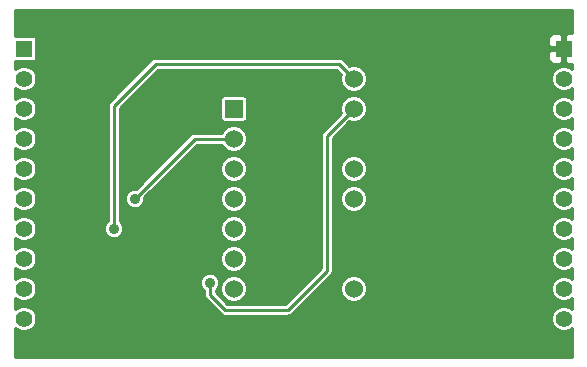
<source format=gbl>
G04 (created by PCBNEW-RS274X (2012-01-19 BZR 3256)-stable) date 1/26/2013 3:19:43 PM*
G01*
G70*
G90*
%MOIN*%
G04 Gerber Fmt 3.4, Leading zero omitted, Abs format*
%FSLAX34Y34*%
G04 APERTURE LIST*
%ADD10C,0.006000*%
%ADD11R,0.055000X0.055000*%
%ADD12C,0.055000*%
%ADD13R,0.060000X0.060000*%
%ADD14C,0.060000*%
%ADD15C,0.035000*%
%ADD16C,0.010000*%
G04 APERTURE END LIST*
G54D10*
G54D11*
X58000Y-45500D03*
G54D12*
X58000Y-46500D03*
X58000Y-47500D03*
X58000Y-48500D03*
X58000Y-49500D03*
X58000Y-50500D03*
X58000Y-51500D03*
X58000Y-52500D03*
X58000Y-53500D03*
X58000Y-54500D03*
G54D11*
X40000Y-45500D03*
G54D12*
X40000Y-46500D03*
X40000Y-47500D03*
X40000Y-48500D03*
X40000Y-49500D03*
X40000Y-50500D03*
X40000Y-51500D03*
X40000Y-52500D03*
X40000Y-53500D03*
X40000Y-54500D03*
G54D13*
X47000Y-47500D03*
G54D14*
X47000Y-48500D03*
X47000Y-50500D03*
X47000Y-52500D03*
X47000Y-53500D03*
X51000Y-53500D03*
X51000Y-49500D03*
X51000Y-47500D03*
X47000Y-49500D03*
X47000Y-51500D03*
X51000Y-46500D03*
X51000Y-50500D03*
G54D15*
X44000Y-53300D03*
X43300Y-52100D03*
X44000Y-54200D03*
X44800Y-53100D03*
X43700Y-50500D03*
X46200Y-53300D03*
X43000Y-51500D03*
G54D16*
X47000Y-48500D02*
X45700Y-48500D01*
X45700Y-48500D02*
X43700Y-50500D01*
X46200Y-53700D02*
X46700Y-54200D01*
X46700Y-54200D02*
X48800Y-54200D01*
X46200Y-53300D02*
X46200Y-53700D01*
X50100Y-52900D02*
X49300Y-53700D01*
X50100Y-48400D02*
X50100Y-52900D01*
X48800Y-54200D02*
X49300Y-53700D01*
X50100Y-48400D02*
X51000Y-47500D01*
X50500Y-46000D02*
X50000Y-46000D01*
X44400Y-46000D02*
X43000Y-47400D01*
X51000Y-46500D02*
X50500Y-46000D01*
X50000Y-46000D02*
X44400Y-46000D01*
X43000Y-47400D02*
X43000Y-51500D01*
G54D10*
G36*
X58275Y-55775D02*
X51449Y-55775D01*
X51449Y-53590D01*
X51449Y-53411D01*
X51449Y-50590D01*
X51449Y-50411D01*
X51449Y-49590D01*
X51449Y-49411D01*
X51449Y-47590D01*
X51449Y-47411D01*
X51449Y-46590D01*
X51449Y-46411D01*
X51381Y-46246D01*
X51255Y-46120D01*
X51090Y-46051D01*
X50911Y-46051D01*
X50855Y-46073D01*
X50641Y-45859D01*
X50577Y-45815D01*
X50500Y-45800D01*
X50000Y-45800D01*
X44400Y-45800D01*
X44323Y-45815D01*
X44258Y-45859D01*
X42859Y-47259D01*
X42815Y-47323D01*
X42800Y-47400D01*
X42800Y-51240D01*
X42725Y-51315D01*
X42675Y-51435D01*
X42675Y-51564D01*
X42724Y-51684D01*
X42815Y-51775D01*
X42935Y-51825D01*
X43064Y-51825D01*
X43184Y-51776D01*
X43275Y-51685D01*
X43325Y-51565D01*
X43325Y-51436D01*
X43276Y-51316D01*
X43200Y-51240D01*
X43200Y-47482D01*
X44482Y-46200D01*
X50000Y-46200D01*
X50418Y-46200D01*
X50573Y-46355D01*
X50551Y-46410D01*
X50551Y-46589D01*
X50619Y-46754D01*
X50745Y-46880D01*
X50910Y-46949D01*
X51089Y-46949D01*
X51254Y-46881D01*
X51380Y-46755D01*
X51449Y-46590D01*
X51449Y-47411D01*
X51381Y-47246D01*
X51255Y-47120D01*
X51090Y-47051D01*
X50911Y-47051D01*
X50746Y-47119D01*
X50620Y-47245D01*
X50551Y-47410D01*
X50551Y-47589D01*
X50573Y-47643D01*
X49959Y-48259D01*
X49915Y-48323D01*
X49900Y-48400D01*
X49900Y-52817D01*
X49159Y-53559D01*
X48718Y-54000D01*
X47449Y-54000D01*
X47449Y-53590D01*
X47449Y-53411D01*
X47449Y-52590D01*
X47449Y-52411D01*
X47449Y-51590D01*
X47449Y-51411D01*
X47449Y-50590D01*
X47449Y-50411D01*
X47449Y-49590D01*
X47449Y-49411D01*
X47449Y-48590D01*
X47449Y-48411D01*
X47449Y-47829D01*
X47449Y-47770D01*
X47449Y-47170D01*
X47426Y-47115D01*
X47384Y-47073D01*
X47329Y-47051D01*
X47270Y-47051D01*
X46670Y-47051D01*
X46615Y-47074D01*
X46573Y-47116D01*
X46551Y-47171D01*
X46551Y-47230D01*
X46551Y-47830D01*
X46574Y-47885D01*
X46616Y-47927D01*
X46671Y-47949D01*
X46730Y-47949D01*
X47330Y-47949D01*
X47385Y-47926D01*
X47427Y-47884D01*
X47449Y-47829D01*
X47449Y-48411D01*
X47381Y-48246D01*
X47255Y-48120D01*
X47090Y-48051D01*
X46911Y-48051D01*
X46746Y-48119D01*
X46620Y-48245D01*
X46597Y-48300D01*
X45700Y-48300D01*
X45623Y-48315D01*
X45558Y-48359D01*
X43742Y-50175D01*
X43636Y-50175D01*
X43516Y-50224D01*
X43425Y-50315D01*
X43375Y-50435D01*
X43375Y-50564D01*
X43424Y-50684D01*
X43515Y-50775D01*
X43635Y-50825D01*
X43764Y-50825D01*
X43884Y-50776D01*
X43975Y-50685D01*
X44025Y-50565D01*
X44025Y-50457D01*
X45782Y-48700D01*
X46596Y-48700D01*
X46619Y-48754D01*
X46745Y-48880D01*
X46910Y-48949D01*
X47089Y-48949D01*
X47254Y-48881D01*
X47380Y-48755D01*
X47449Y-48590D01*
X47449Y-49411D01*
X47381Y-49246D01*
X47255Y-49120D01*
X47090Y-49051D01*
X46911Y-49051D01*
X46746Y-49119D01*
X46620Y-49245D01*
X46551Y-49410D01*
X46551Y-49589D01*
X46619Y-49754D01*
X46745Y-49880D01*
X46910Y-49949D01*
X47089Y-49949D01*
X47254Y-49881D01*
X47380Y-49755D01*
X47449Y-49590D01*
X47449Y-50411D01*
X47381Y-50246D01*
X47255Y-50120D01*
X47090Y-50051D01*
X46911Y-50051D01*
X46746Y-50119D01*
X46620Y-50245D01*
X46551Y-50410D01*
X46551Y-50589D01*
X46619Y-50754D01*
X46745Y-50880D01*
X46910Y-50949D01*
X47089Y-50949D01*
X47254Y-50881D01*
X47380Y-50755D01*
X47449Y-50590D01*
X47449Y-51411D01*
X47381Y-51246D01*
X47255Y-51120D01*
X47090Y-51051D01*
X46911Y-51051D01*
X46746Y-51119D01*
X46620Y-51245D01*
X46551Y-51410D01*
X46551Y-51589D01*
X46619Y-51754D01*
X46745Y-51880D01*
X46910Y-51949D01*
X47089Y-51949D01*
X47254Y-51881D01*
X47380Y-51755D01*
X47449Y-51590D01*
X47449Y-52411D01*
X47381Y-52246D01*
X47255Y-52120D01*
X47090Y-52051D01*
X46911Y-52051D01*
X46746Y-52119D01*
X46620Y-52245D01*
X46551Y-52410D01*
X46551Y-52589D01*
X46619Y-52754D01*
X46745Y-52880D01*
X46910Y-52949D01*
X47089Y-52949D01*
X47254Y-52881D01*
X47380Y-52755D01*
X47449Y-52590D01*
X47449Y-53411D01*
X47381Y-53246D01*
X47255Y-53120D01*
X47090Y-53051D01*
X46911Y-53051D01*
X46746Y-53119D01*
X46620Y-53245D01*
X46551Y-53410D01*
X46551Y-53589D01*
X46619Y-53754D01*
X46745Y-53880D01*
X46910Y-53949D01*
X47089Y-53949D01*
X47254Y-53881D01*
X47380Y-53755D01*
X47449Y-53590D01*
X47449Y-54000D01*
X46782Y-54000D01*
X46400Y-53618D01*
X46400Y-53560D01*
X46475Y-53485D01*
X46525Y-53365D01*
X46525Y-53236D01*
X46476Y-53116D01*
X46385Y-53025D01*
X46265Y-52975D01*
X46136Y-52975D01*
X46016Y-53024D01*
X45925Y-53115D01*
X45875Y-53235D01*
X45875Y-53364D01*
X45924Y-53484D01*
X46000Y-53560D01*
X46000Y-53700D01*
X46015Y-53777D01*
X46059Y-53841D01*
X46559Y-54341D01*
X46623Y-54385D01*
X46624Y-54385D01*
X46700Y-54400D01*
X48800Y-54400D01*
X48800Y-54399D01*
X48876Y-54385D01*
X48877Y-54385D01*
X48941Y-54341D01*
X49441Y-53841D01*
X50241Y-53042D01*
X50241Y-53041D01*
X50285Y-52977D01*
X50299Y-52900D01*
X50300Y-52900D01*
X50300Y-48482D01*
X50856Y-47926D01*
X50910Y-47949D01*
X51089Y-47949D01*
X51254Y-47881D01*
X51380Y-47755D01*
X51449Y-47590D01*
X51449Y-49411D01*
X51381Y-49246D01*
X51255Y-49120D01*
X51090Y-49051D01*
X50911Y-49051D01*
X50746Y-49119D01*
X50620Y-49245D01*
X50551Y-49410D01*
X50551Y-49589D01*
X50619Y-49754D01*
X50745Y-49880D01*
X50910Y-49949D01*
X51089Y-49949D01*
X51254Y-49881D01*
X51380Y-49755D01*
X51449Y-49590D01*
X51449Y-50411D01*
X51381Y-50246D01*
X51255Y-50120D01*
X51090Y-50051D01*
X50911Y-50051D01*
X50746Y-50119D01*
X50620Y-50245D01*
X50551Y-50410D01*
X50551Y-50589D01*
X50619Y-50754D01*
X50745Y-50880D01*
X50910Y-50949D01*
X51089Y-50949D01*
X51254Y-50881D01*
X51380Y-50755D01*
X51449Y-50590D01*
X51449Y-53411D01*
X51381Y-53246D01*
X51255Y-53120D01*
X51090Y-53051D01*
X50911Y-53051D01*
X50746Y-53119D01*
X50620Y-53245D01*
X50551Y-53410D01*
X50551Y-53589D01*
X50619Y-53754D01*
X50745Y-53880D01*
X50910Y-53949D01*
X51089Y-53949D01*
X51254Y-53881D01*
X51380Y-53755D01*
X51449Y-53590D01*
X51449Y-55775D01*
X39725Y-55775D01*
X39725Y-54826D01*
X39759Y-54860D01*
X39915Y-54925D01*
X40084Y-54925D01*
X40240Y-54861D01*
X40360Y-54741D01*
X40425Y-54585D01*
X40425Y-54416D01*
X40361Y-54260D01*
X40241Y-54140D01*
X40085Y-54075D01*
X39916Y-54075D01*
X39760Y-54139D01*
X39725Y-54174D01*
X39725Y-53826D01*
X39759Y-53860D01*
X39915Y-53925D01*
X40084Y-53925D01*
X40240Y-53861D01*
X40360Y-53741D01*
X40425Y-53585D01*
X40425Y-53416D01*
X40361Y-53260D01*
X40241Y-53140D01*
X40085Y-53075D01*
X39916Y-53075D01*
X39760Y-53139D01*
X39725Y-53174D01*
X39725Y-52826D01*
X39759Y-52860D01*
X39915Y-52925D01*
X40084Y-52925D01*
X40240Y-52861D01*
X40360Y-52741D01*
X40425Y-52585D01*
X40425Y-52416D01*
X40361Y-52260D01*
X40241Y-52140D01*
X40085Y-52075D01*
X39916Y-52075D01*
X39760Y-52139D01*
X39725Y-52174D01*
X39725Y-51826D01*
X39759Y-51860D01*
X39915Y-51925D01*
X40084Y-51925D01*
X40240Y-51861D01*
X40360Y-51741D01*
X40425Y-51585D01*
X40425Y-51416D01*
X40361Y-51260D01*
X40241Y-51140D01*
X40085Y-51075D01*
X39916Y-51075D01*
X39760Y-51139D01*
X39725Y-51174D01*
X39725Y-50826D01*
X39759Y-50860D01*
X39915Y-50925D01*
X40084Y-50925D01*
X40240Y-50861D01*
X40360Y-50741D01*
X40425Y-50585D01*
X40425Y-50416D01*
X40361Y-50260D01*
X40241Y-50140D01*
X40085Y-50075D01*
X39916Y-50075D01*
X39760Y-50139D01*
X39725Y-50174D01*
X39725Y-49826D01*
X39759Y-49860D01*
X39915Y-49925D01*
X40084Y-49925D01*
X40240Y-49861D01*
X40360Y-49741D01*
X40425Y-49585D01*
X40425Y-49416D01*
X40361Y-49260D01*
X40241Y-49140D01*
X40085Y-49075D01*
X39916Y-49075D01*
X39760Y-49139D01*
X39725Y-49174D01*
X39725Y-48826D01*
X39759Y-48860D01*
X39915Y-48925D01*
X40084Y-48925D01*
X40240Y-48861D01*
X40360Y-48741D01*
X40425Y-48585D01*
X40425Y-48416D01*
X40361Y-48260D01*
X40241Y-48140D01*
X40085Y-48075D01*
X39916Y-48075D01*
X39760Y-48139D01*
X39725Y-48174D01*
X39725Y-47826D01*
X39759Y-47860D01*
X39915Y-47925D01*
X40084Y-47925D01*
X40240Y-47861D01*
X40360Y-47741D01*
X40425Y-47585D01*
X40425Y-47416D01*
X40361Y-47260D01*
X40241Y-47140D01*
X40085Y-47075D01*
X39916Y-47075D01*
X39760Y-47139D01*
X39725Y-47174D01*
X39725Y-46826D01*
X39759Y-46860D01*
X39915Y-46925D01*
X40084Y-46925D01*
X40240Y-46861D01*
X40360Y-46741D01*
X40425Y-46585D01*
X40425Y-46416D01*
X40361Y-46260D01*
X40241Y-46140D01*
X40085Y-46075D01*
X39916Y-46075D01*
X39760Y-46139D01*
X39725Y-46174D01*
X39725Y-45924D01*
X39755Y-45924D01*
X40305Y-45924D01*
X40360Y-45901D01*
X40402Y-45859D01*
X40424Y-45804D01*
X40424Y-45745D01*
X40424Y-45195D01*
X40401Y-45140D01*
X40359Y-45098D01*
X40304Y-45076D01*
X40245Y-45076D01*
X39725Y-45076D01*
X39725Y-44225D01*
X58275Y-44225D01*
X58275Y-44976D01*
X58226Y-44976D01*
X58112Y-44975D01*
X58050Y-45037D01*
X58050Y-45400D01*
X58050Y-45450D01*
X58050Y-45550D01*
X58050Y-45600D01*
X58050Y-45963D01*
X58112Y-46025D01*
X58226Y-46024D01*
X58275Y-46024D01*
X58275Y-46174D01*
X58241Y-46140D01*
X58085Y-46075D01*
X57950Y-46075D01*
X57950Y-45963D01*
X57950Y-45550D01*
X57950Y-45450D01*
X57950Y-45037D01*
X57888Y-44975D01*
X57774Y-44976D01*
X57675Y-44976D01*
X57584Y-45014D01*
X57514Y-45084D01*
X57476Y-45176D01*
X57475Y-45388D01*
X57537Y-45450D01*
X57950Y-45450D01*
X57950Y-45550D01*
X57537Y-45550D01*
X57475Y-45612D01*
X57476Y-45824D01*
X57514Y-45916D01*
X57584Y-45986D01*
X57675Y-46024D01*
X57774Y-46024D01*
X57888Y-46025D01*
X57950Y-45963D01*
X57950Y-46075D01*
X57916Y-46075D01*
X57760Y-46139D01*
X57640Y-46259D01*
X57575Y-46415D01*
X57575Y-46584D01*
X57639Y-46740D01*
X57759Y-46860D01*
X57915Y-46925D01*
X58084Y-46925D01*
X58240Y-46861D01*
X58275Y-46826D01*
X58275Y-47174D01*
X58241Y-47140D01*
X58085Y-47075D01*
X57916Y-47075D01*
X57760Y-47139D01*
X57640Y-47259D01*
X57575Y-47415D01*
X57575Y-47584D01*
X57639Y-47740D01*
X57759Y-47860D01*
X57915Y-47925D01*
X58084Y-47925D01*
X58240Y-47861D01*
X58275Y-47826D01*
X58275Y-48174D01*
X58241Y-48140D01*
X58085Y-48075D01*
X57916Y-48075D01*
X57760Y-48139D01*
X57640Y-48259D01*
X57575Y-48415D01*
X57575Y-48584D01*
X57639Y-48740D01*
X57759Y-48860D01*
X57915Y-48925D01*
X58084Y-48925D01*
X58240Y-48861D01*
X58275Y-48826D01*
X58275Y-49174D01*
X58241Y-49140D01*
X58085Y-49075D01*
X57916Y-49075D01*
X57760Y-49139D01*
X57640Y-49259D01*
X57575Y-49415D01*
X57575Y-49584D01*
X57639Y-49740D01*
X57759Y-49860D01*
X57915Y-49925D01*
X58084Y-49925D01*
X58240Y-49861D01*
X58275Y-49826D01*
X58275Y-50174D01*
X58241Y-50140D01*
X58085Y-50075D01*
X57916Y-50075D01*
X57760Y-50139D01*
X57640Y-50259D01*
X57575Y-50415D01*
X57575Y-50584D01*
X57639Y-50740D01*
X57759Y-50860D01*
X57915Y-50925D01*
X58084Y-50925D01*
X58240Y-50861D01*
X58275Y-50826D01*
X58275Y-51174D01*
X58241Y-51140D01*
X58085Y-51075D01*
X57916Y-51075D01*
X57760Y-51139D01*
X57640Y-51259D01*
X57575Y-51415D01*
X57575Y-51584D01*
X57639Y-51740D01*
X57759Y-51860D01*
X57915Y-51925D01*
X58084Y-51925D01*
X58240Y-51861D01*
X58275Y-51826D01*
X58275Y-52174D01*
X58241Y-52140D01*
X58085Y-52075D01*
X57916Y-52075D01*
X57760Y-52139D01*
X57640Y-52259D01*
X57575Y-52415D01*
X57575Y-52584D01*
X57639Y-52740D01*
X57759Y-52860D01*
X57915Y-52925D01*
X58084Y-52925D01*
X58240Y-52861D01*
X58275Y-52826D01*
X58275Y-53174D01*
X58241Y-53140D01*
X58085Y-53075D01*
X57916Y-53075D01*
X57760Y-53139D01*
X57640Y-53259D01*
X57575Y-53415D01*
X57575Y-53584D01*
X57639Y-53740D01*
X57759Y-53860D01*
X57915Y-53925D01*
X58084Y-53925D01*
X58240Y-53861D01*
X58275Y-53826D01*
X58275Y-54174D01*
X58241Y-54140D01*
X58085Y-54075D01*
X57916Y-54075D01*
X57760Y-54139D01*
X57640Y-54259D01*
X57575Y-54415D01*
X57575Y-54584D01*
X57639Y-54740D01*
X57759Y-54860D01*
X57915Y-54925D01*
X58084Y-54925D01*
X58240Y-54861D01*
X58275Y-54826D01*
X58275Y-55775D01*
X58275Y-55775D01*
G37*
G54D16*
X58275Y-55775D02*
X51449Y-55775D01*
X51449Y-53590D01*
X51449Y-53411D01*
X51449Y-50590D01*
X51449Y-50411D01*
X51449Y-49590D01*
X51449Y-49411D01*
X51449Y-47590D01*
X51449Y-47411D01*
X51449Y-46590D01*
X51449Y-46411D01*
X51381Y-46246D01*
X51255Y-46120D01*
X51090Y-46051D01*
X50911Y-46051D01*
X50855Y-46073D01*
X50641Y-45859D01*
X50577Y-45815D01*
X50500Y-45800D01*
X50000Y-45800D01*
X44400Y-45800D01*
X44323Y-45815D01*
X44258Y-45859D01*
X42859Y-47259D01*
X42815Y-47323D01*
X42800Y-47400D01*
X42800Y-51240D01*
X42725Y-51315D01*
X42675Y-51435D01*
X42675Y-51564D01*
X42724Y-51684D01*
X42815Y-51775D01*
X42935Y-51825D01*
X43064Y-51825D01*
X43184Y-51776D01*
X43275Y-51685D01*
X43325Y-51565D01*
X43325Y-51436D01*
X43276Y-51316D01*
X43200Y-51240D01*
X43200Y-47482D01*
X44482Y-46200D01*
X50000Y-46200D01*
X50418Y-46200D01*
X50573Y-46355D01*
X50551Y-46410D01*
X50551Y-46589D01*
X50619Y-46754D01*
X50745Y-46880D01*
X50910Y-46949D01*
X51089Y-46949D01*
X51254Y-46881D01*
X51380Y-46755D01*
X51449Y-46590D01*
X51449Y-47411D01*
X51381Y-47246D01*
X51255Y-47120D01*
X51090Y-47051D01*
X50911Y-47051D01*
X50746Y-47119D01*
X50620Y-47245D01*
X50551Y-47410D01*
X50551Y-47589D01*
X50573Y-47643D01*
X49959Y-48259D01*
X49915Y-48323D01*
X49900Y-48400D01*
X49900Y-52817D01*
X49159Y-53559D01*
X48718Y-54000D01*
X47449Y-54000D01*
X47449Y-53590D01*
X47449Y-53411D01*
X47449Y-52590D01*
X47449Y-52411D01*
X47449Y-51590D01*
X47449Y-51411D01*
X47449Y-50590D01*
X47449Y-50411D01*
X47449Y-49590D01*
X47449Y-49411D01*
X47449Y-48590D01*
X47449Y-48411D01*
X47449Y-47829D01*
X47449Y-47770D01*
X47449Y-47170D01*
X47426Y-47115D01*
X47384Y-47073D01*
X47329Y-47051D01*
X47270Y-47051D01*
X46670Y-47051D01*
X46615Y-47074D01*
X46573Y-47116D01*
X46551Y-47171D01*
X46551Y-47230D01*
X46551Y-47830D01*
X46574Y-47885D01*
X46616Y-47927D01*
X46671Y-47949D01*
X46730Y-47949D01*
X47330Y-47949D01*
X47385Y-47926D01*
X47427Y-47884D01*
X47449Y-47829D01*
X47449Y-48411D01*
X47381Y-48246D01*
X47255Y-48120D01*
X47090Y-48051D01*
X46911Y-48051D01*
X46746Y-48119D01*
X46620Y-48245D01*
X46597Y-48300D01*
X45700Y-48300D01*
X45623Y-48315D01*
X45558Y-48359D01*
X43742Y-50175D01*
X43636Y-50175D01*
X43516Y-50224D01*
X43425Y-50315D01*
X43375Y-50435D01*
X43375Y-50564D01*
X43424Y-50684D01*
X43515Y-50775D01*
X43635Y-50825D01*
X43764Y-50825D01*
X43884Y-50776D01*
X43975Y-50685D01*
X44025Y-50565D01*
X44025Y-50457D01*
X45782Y-48700D01*
X46596Y-48700D01*
X46619Y-48754D01*
X46745Y-48880D01*
X46910Y-48949D01*
X47089Y-48949D01*
X47254Y-48881D01*
X47380Y-48755D01*
X47449Y-48590D01*
X47449Y-49411D01*
X47381Y-49246D01*
X47255Y-49120D01*
X47090Y-49051D01*
X46911Y-49051D01*
X46746Y-49119D01*
X46620Y-49245D01*
X46551Y-49410D01*
X46551Y-49589D01*
X46619Y-49754D01*
X46745Y-49880D01*
X46910Y-49949D01*
X47089Y-49949D01*
X47254Y-49881D01*
X47380Y-49755D01*
X47449Y-49590D01*
X47449Y-50411D01*
X47381Y-50246D01*
X47255Y-50120D01*
X47090Y-50051D01*
X46911Y-50051D01*
X46746Y-50119D01*
X46620Y-50245D01*
X46551Y-50410D01*
X46551Y-50589D01*
X46619Y-50754D01*
X46745Y-50880D01*
X46910Y-50949D01*
X47089Y-50949D01*
X47254Y-50881D01*
X47380Y-50755D01*
X47449Y-50590D01*
X47449Y-51411D01*
X47381Y-51246D01*
X47255Y-51120D01*
X47090Y-51051D01*
X46911Y-51051D01*
X46746Y-51119D01*
X46620Y-51245D01*
X46551Y-51410D01*
X46551Y-51589D01*
X46619Y-51754D01*
X46745Y-51880D01*
X46910Y-51949D01*
X47089Y-51949D01*
X47254Y-51881D01*
X47380Y-51755D01*
X47449Y-51590D01*
X47449Y-52411D01*
X47381Y-52246D01*
X47255Y-52120D01*
X47090Y-52051D01*
X46911Y-52051D01*
X46746Y-52119D01*
X46620Y-52245D01*
X46551Y-52410D01*
X46551Y-52589D01*
X46619Y-52754D01*
X46745Y-52880D01*
X46910Y-52949D01*
X47089Y-52949D01*
X47254Y-52881D01*
X47380Y-52755D01*
X47449Y-52590D01*
X47449Y-53411D01*
X47381Y-53246D01*
X47255Y-53120D01*
X47090Y-53051D01*
X46911Y-53051D01*
X46746Y-53119D01*
X46620Y-53245D01*
X46551Y-53410D01*
X46551Y-53589D01*
X46619Y-53754D01*
X46745Y-53880D01*
X46910Y-53949D01*
X47089Y-53949D01*
X47254Y-53881D01*
X47380Y-53755D01*
X47449Y-53590D01*
X47449Y-54000D01*
X46782Y-54000D01*
X46400Y-53618D01*
X46400Y-53560D01*
X46475Y-53485D01*
X46525Y-53365D01*
X46525Y-53236D01*
X46476Y-53116D01*
X46385Y-53025D01*
X46265Y-52975D01*
X46136Y-52975D01*
X46016Y-53024D01*
X45925Y-53115D01*
X45875Y-53235D01*
X45875Y-53364D01*
X45924Y-53484D01*
X46000Y-53560D01*
X46000Y-53700D01*
X46015Y-53777D01*
X46059Y-53841D01*
X46559Y-54341D01*
X46623Y-54385D01*
X46624Y-54385D01*
X46700Y-54400D01*
X48800Y-54400D01*
X48800Y-54399D01*
X48876Y-54385D01*
X48877Y-54385D01*
X48941Y-54341D01*
X49441Y-53841D01*
X50241Y-53042D01*
X50241Y-53041D01*
X50285Y-52977D01*
X50299Y-52900D01*
X50300Y-52900D01*
X50300Y-48482D01*
X50856Y-47926D01*
X50910Y-47949D01*
X51089Y-47949D01*
X51254Y-47881D01*
X51380Y-47755D01*
X51449Y-47590D01*
X51449Y-49411D01*
X51381Y-49246D01*
X51255Y-49120D01*
X51090Y-49051D01*
X50911Y-49051D01*
X50746Y-49119D01*
X50620Y-49245D01*
X50551Y-49410D01*
X50551Y-49589D01*
X50619Y-49754D01*
X50745Y-49880D01*
X50910Y-49949D01*
X51089Y-49949D01*
X51254Y-49881D01*
X51380Y-49755D01*
X51449Y-49590D01*
X51449Y-50411D01*
X51381Y-50246D01*
X51255Y-50120D01*
X51090Y-50051D01*
X50911Y-50051D01*
X50746Y-50119D01*
X50620Y-50245D01*
X50551Y-50410D01*
X50551Y-50589D01*
X50619Y-50754D01*
X50745Y-50880D01*
X50910Y-50949D01*
X51089Y-50949D01*
X51254Y-50881D01*
X51380Y-50755D01*
X51449Y-50590D01*
X51449Y-53411D01*
X51381Y-53246D01*
X51255Y-53120D01*
X51090Y-53051D01*
X50911Y-53051D01*
X50746Y-53119D01*
X50620Y-53245D01*
X50551Y-53410D01*
X50551Y-53589D01*
X50619Y-53754D01*
X50745Y-53880D01*
X50910Y-53949D01*
X51089Y-53949D01*
X51254Y-53881D01*
X51380Y-53755D01*
X51449Y-53590D01*
X51449Y-55775D01*
X39725Y-55775D01*
X39725Y-54826D01*
X39759Y-54860D01*
X39915Y-54925D01*
X40084Y-54925D01*
X40240Y-54861D01*
X40360Y-54741D01*
X40425Y-54585D01*
X40425Y-54416D01*
X40361Y-54260D01*
X40241Y-54140D01*
X40085Y-54075D01*
X39916Y-54075D01*
X39760Y-54139D01*
X39725Y-54174D01*
X39725Y-53826D01*
X39759Y-53860D01*
X39915Y-53925D01*
X40084Y-53925D01*
X40240Y-53861D01*
X40360Y-53741D01*
X40425Y-53585D01*
X40425Y-53416D01*
X40361Y-53260D01*
X40241Y-53140D01*
X40085Y-53075D01*
X39916Y-53075D01*
X39760Y-53139D01*
X39725Y-53174D01*
X39725Y-52826D01*
X39759Y-52860D01*
X39915Y-52925D01*
X40084Y-52925D01*
X40240Y-52861D01*
X40360Y-52741D01*
X40425Y-52585D01*
X40425Y-52416D01*
X40361Y-52260D01*
X40241Y-52140D01*
X40085Y-52075D01*
X39916Y-52075D01*
X39760Y-52139D01*
X39725Y-52174D01*
X39725Y-51826D01*
X39759Y-51860D01*
X39915Y-51925D01*
X40084Y-51925D01*
X40240Y-51861D01*
X40360Y-51741D01*
X40425Y-51585D01*
X40425Y-51416D01*
X40361Y-51260D01*
X40241Y-51140D01*
X40085Y-51075D01*
X39916Y-51075D01*
X39760Y-51139D01*
X39725Y-51174D01*
X39725Y-50826D01*
X39759Y-50860D01*
X39915Y-50925D01*
X40084Y-50925D01*
X40240Y-50861D01*
X40360Y-50741D01*
X40425Y-50585D01*
X40425Y-50416D01*
X40361Y-50260D01*
X40241Y-50140D01*
X40085Y-50075D01*
X39916Y-50075D01*
X39760Y-50139D01*
X39725Y-50174D01*
X39725Y-49826D01*
X39759Y-49860D01*
X39915Y-49925D01*
X40084Y-49925D01*
X40240Y-49861D01*
X40360Y-49741D01*
X40425Y-49585D01*
X40425Y-49416D01*
X40361Y-49260D01*
X40241Y-49140D01*
X40085Y-49075D01*
X39916Y-49075D01*
X39760Y-49139D01*
X39725Y-49174D01*
X39725Y-48826D01*
X39759Y-48860D01*
X39915Y-48925D01*
X40084Y-48925D01*
X40240Y-48861D01*
X40360Y-48741D01*
X40425Y-48585D01*
X40425Y-48416D01*
X40361Y-48260D01*
X40241Y-48140D01*
X40085Y-48075D01*
X39916Y-48075D01*
X39760Y-48139D01*
X39725Y-48174D01*
X39725Y-47826D01*
X39759Y-47860D01*
X39915Y-47925D01*
X40084Y-47925D01*
X40240Y-47861D01*
X40360Y-47741D01*
X40425Y-47585D01*
X40425Y-47416D01*
X40361Y-47260D01*
X40241Y-47140D01*
X40085Y-47075D01*
X39916Y-47075D01*
X39760Y-47139D01*
X39725Y-47174D01*
X39725Y-46826D01*
X39759Y-46860D01*
X39915Y-46925D01*
X40084Y-46925D01*
X40240Y-46861D01*
X40360Y-46741D01*
X40425Y-46585D01*
X40425Y-46416D01*
X40361Y-46260D01*
X40241Y-46140D01*
X40085Y-46075D01*
X39916Y-46075D01*
X39760Y-46139D01*
X39725Y-46174D01*
X39725Y-45924D01*
X39755Y-45924D01*
X40305Y-45924D01*
X40360Y-45901D01*
X40402Y-45859D01*
X40424Y-45804D01*
X40424Y-45745D01*
X40424Y-45195D01*
X40401Y-45140D01*
X40359Y-45098D01*
X40304Y-45076D01*
X40245Y-45076D01*
X39725Y-45076D01*
X39725Y-44225D01*
X58275Y-44225D01*
X58275Y-44976D01*
X58226Y-44976D01*
X58112Y-44975D01*
X58050Y-45037D01*
X58050Y-45400D01*
X58050Y-45450D01*
X58050Y-45550D01*
X58050Y-45600D01*
X58050Y-45963D01*
X58112Y-46025D01*
X58226Y-46024D01*
X58275Y-46024D01*
X58275Y-46174D01*
X58241Y-46140D01*
X58085Y-46075D01*
X57950Y-46075D01*
X57950Y-45963D01*
X57950Y-45550D01*
X57950Y-45450D01*
X57950Y-45037D01*
X57888Y-44975D01*
X57774Y-44976D01*
X57675Y-44976D01*
X57584Y-45014D01*
X57514Y-45084D01*
X57476Y-45176D01*
X57475Y-45388D01*
X57537Y-45450D01*
X57950Y-45450D01*
X57950Y-45550D01*
X57537Y-45550D01*
X57475Y-45612D01*
X57476Y-45824D01*
X57514Y-45916D01*
X57584Y-45986D01*
X57675Y-46024D01*
X57774Y-46024D01*
X57888Y-46025D01*
X57950Y-45963D01*
X57950Y-46075D01*
X57916Y-46075D01*
X57760Y-46139D01*
X57640Y-46259D01*
X57575Y-46415D01*
X57575Y-46584D01*
X57639Y-46740D01*
X57759Y-46860D01*
X57915Y-46925D01*
X58084Y-46925D01*
X58240Y-46861D01*
X58275Y-46826D01*
X58275Y-47174D01*
X58241Y-47140D01*
X58085Y-47075D01*
X57916Y-47075D01*
X57760Y-47139D01*
X57640Y-47259D01*
X57575Y-47415D01*
X57575Y-47584D01*
X57639Y-47740D01*
X57759Y-47860D01*
X57915Y-47925D01*
X58084Y-47925D01*
X58240Y-47861D01*
X58275Y-47826D01*
X58275Y-48174D01*
X58241Y-48140D01*
X58085Y-48075D01*
X57916Y-48075D01*
X57760Y-48139D01*
X57640Y-48259D01*
X57575Y-48415D01*
X57575Y-48584D01*
X57639Y-48740D01*
X57759Y-48860D01*
X57915Y-48925D01*
X58084Y-48925D01*
X58240Y-48861D01*
X58275Y-48826D01*
X58275Y-49174D01*
X58241Y-49140D01*
X58085Y-49075D01*
X57916Y-49075D01*
X57760Y-49139D01*
X57640Y-49259D01*
X57575Y-49415D01*
X57575Y-49584D01*
X57639Y-49740D01*
X57759Y-49860D01*
X57915Y-49925D01*
X58084Y-49925D01*
X58240Y-49861D01*
X58275Y-49826D01*
X58275Y-50174D01*
X58241Y-50140D01*
X58085Y-50075D01*
X57916Y-50075D01*
X57760Y-50139D01*
X57640Y-50259D01*
X57575Y-50415D01*
X57575Y-50584D01*
X57639Y-50740D01*
X57759Y-50860D01*
X57915Y-50925D01*
X58084Y-50925D01*
X58240Y-50861D01*
X58275Y-50826D01*
X58275Y-51174D01*
X58241Y-51140D01*
X58085Y-51075D01*
X57916Y-51075D01*
X57760Y-51139D01*
X57640Y-51259D01*
X57575Y-51415D01*
X57575Y-51584D01*
X57639Y-51740D01*
X57759Y-51860D01*
X57915Y-51925D01*
X58084Y-51925D01*
X58240Y-51861D01*
X58275Y-51826D01*
X58275Y-52174D01*
X58241Y-52140D01*
X58085Y-52075D01*
X57916Y-52075D01*
X57760Y-52139D01*
X57640Y-52259D01*
X57575Y-52415D01*
X57575Y-52584D01*
X57639Y-52740D01*
X57759Y-52860D01*
X57915Y-52925D01*
X58084Y-52925D01*
X58240Y-52861D01*
X58275Y-52826D01*
X58275Y-53174D01*
X58241Y-53140D01*
X58085Y-53075D01*
X57916Y-53075D01*
X57760Y-53139D01*
X57640Y-53259D01*
X57575Y-53415D01*
X57575Y-53584D01*
X57639Y-53740D01*
X57759Y-53860D01*
X57915Y-53925D01*
X58084Y-53925D01*
X58240Y-53861D01*
X58275Y-53826D01*
X58275Y-54174D01*
X58241Y-54140D01*
X58085Y-54075D01*
X57916Y-54075D01*
X57760Y-54139D01*
X57640Y-54259D01*
X57575Y-54415D01*
X57575Y-54584D01*
X57639Y-54740D01*
X57759Y-54860D01*
X57915Y-54925D01*
X58084Y-54925D01*
X58240Y-54861D01*
X58275Y-54826D01*
X58275Y-55775D01*
M02*

</source>
